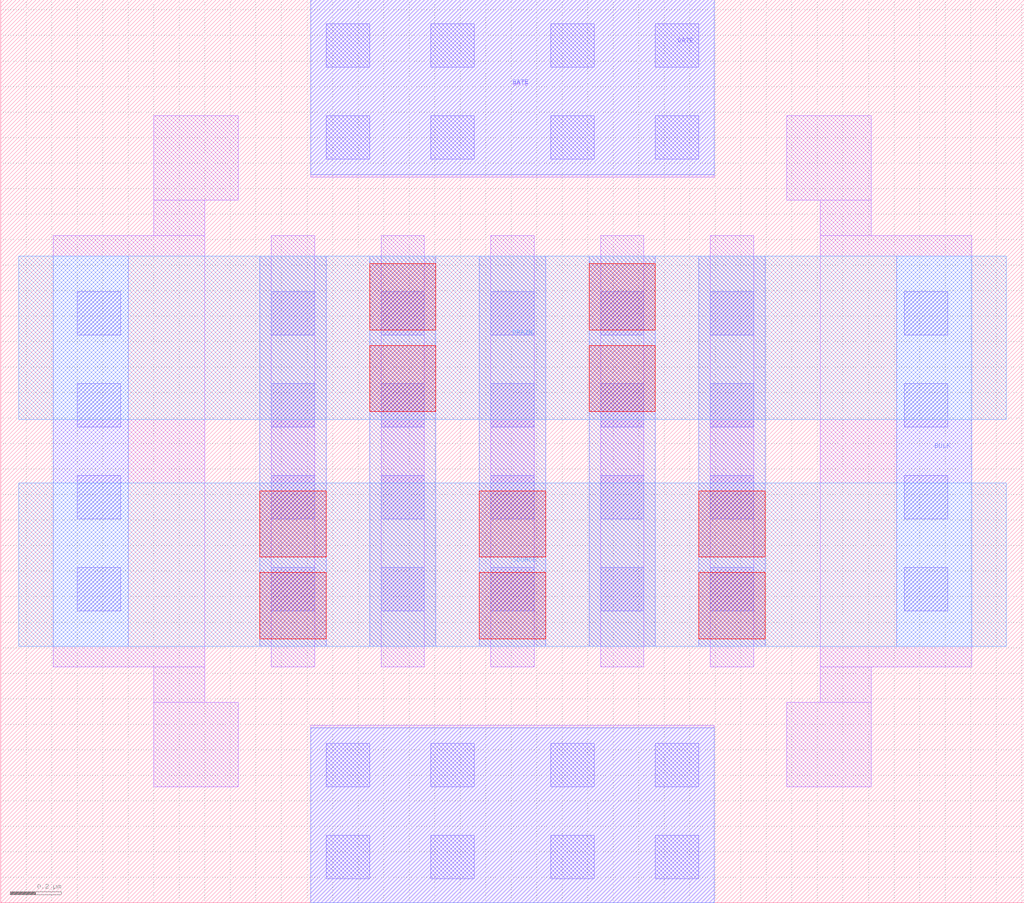
<source format=lef>
# Copyright 2020 The SkyWater PDK Authors
#
# Licensed under the Apache License, Version 2.0 (the "License");
# you may not use this file except in compliance with the License.
# You may obtain a copy of the License at
#
#     https://www.apache.org/licenses/LICENSE-2.0
#
# Unless required by applicable law or agreed to in writing, software
# distributed under the License is distributed on an "AS IS" BASIS,
# WITHOUT WARRANTIES OR CONDITIONS OF ANY KIND, either express or implied.
# See the License for the specific language governing permissions and
# limitations under the License.
#
# SPDX-License-Identifier: Apache-2.0

VERSION 5.7 ;
  NOWIREEXTENSIONATPIN ON ;
  DIVIDERCHAR "/" ;
  BUSBITCHARS "[]" ;
MACRO sky130_fd_pr__rf_pfet_01v8_bM04W1p65L0p15
  CLASS BLOCK ;
  FOREIGN sky130_fd_pr__rf_pfet_01v8_bM04W1p65L0p15 ;
  ORIGIN  0.000000  0.000000 ;
  SIZE  4.010000 BY  3.540000 ;
  PIN BULK
    ANTENNADIFFAREA  2.145000 ;
    ANTENNAGATEAREA  0.495000 ;
    PORT
      LAYER met1 ;
        RECT 0.205000 1.005000 0.500000 2.535000 ;
        RECT 3.510000 1.005000 3.805000 2.535000 ;
    END
  END BULK
  PIN DRAIN
    ANTENNADIFFAREA  0.924000 ;
    PORT
      LAYER met2 ;
        RECT 0.070000 1.895000 3.940000 2.535000 ;
    END
  END DRAIN
  PIN GATE
    ANTENNAGATEAREA  0.990000 ;
    PORT
      LAYER li1 ;
        RECT 1.215000 0.000000 2.795000 0.695000 ;
        RECT 1.215000 2.845000 2.795000 3.540000 ;
      LAYER mcon ;
        RECT 1.275000 0.095000 1.445000 0.265000 ;
        RECT 1.275000 0.455000 1.445000 0.625000 ;
        RECT 1.275000 2.915000 1.445000 3.085000 ;
        RECT 1.275000 3.275000 1.445000 3.445000 ;
        RECT 1.685000 0.095000 1.855000 0.265000 ;
        RECT 1.685000 0.455000 1.855000 0.625000 ;
        RECT 1.685000 2.915000 1.855000 3.085000 ;
        RECT 1.685000 3.275000 1.855000 3.445000 ;
        RECT 2.155000 0.095000 2.325000 0.265000 ;
        RECT 2.155000 0.455000 2.325000 0.625000 ;
        RECT 2.155000 2.915000 2.325000 3.085000 ;
        RECT 2.155000 3.275000 2.325000 3.445000 ;
        RECT 2.565000 0.095000 2.735000 0.265000 ;
        RECT 2.565000 0.455000 2.735000 0.625000 ;
        RECT 2.565000 2.915000 2.735000 3.085000 ;
        RECT 2.565000 3.275000 2.735000 3.445000 ;
    END
    PORT
      LAYER met1 ;
        RECT 1.215000 0.000000 2.795000 0.685000 ;
        RECT 1.215000 2.855000 2.795000 3.540000 ;
    END
  END GATE
  PIN SOURCE
    ANTENNADIFFAREA  1.386000 ;
    PORT
      LAYER met2 ;
        RECT 0.070000 1.005000 3.940000 1.645000 ;
    END
  END SOURCE
  OBS
    LAYER li1 ;
      RECT 0.205000 0.925000 0.800000 2.615000 ;
      RECT 0.600000 0.455000 0.930000 0.785000 ;
      RECT 0.600000 0.785000 0.800000 0.925000 ;
      RECT 0.600000 2.615000 0.800000 2.755000 ;
      RECT 0.600000 2.755000 0.930000 3.085000 ;
      RECT 1.060000 0.925000 1.230000 2.615000 ;
      RECT 1.490000 0.925000 1.660000 2.615000 ;
      RECT 1.920000 0.925000 2.090000 2.615000 ;
      RECT 2.350000 0.925000 2.520000 2.615000 ;
      RECT 2.780000 0.925000 2.950000 2.615000 ;
      RECT 3.080000 0.455000 3.410000 0.785000 ;
      RECT 3.080000 2.755000 3.410000 3.085000 ;
      RECT 3.210000 0.785000 3.410000 0.925000 ;
      RECT 3.210000 0.925000 3.805000 2.615000 ;
      RECT 3.210000 2.615000 3.410000 2.755000 ;
    LAYER mcon ;
      RECT 0.300000 1.145000 0.470000 1.315000 ;
      RECT 0.300000 1.505000 0.470000 1.675000 ;
      RECT 0.300000 1.865000 0.470000 2.035000 ;
      RECT 0.300000 2.225000 0.470000 2.395000 ;
      RECT 1.060000 1.145000 1.230000 1.315000 ;
      RECT 1.060000 1.505000 1.230000 1.675000 ;
      RECT 1.060000 1.865000 1.230000 2.035000 ;
      RECT 1.060000 2.225000 1.230000 2.395000 ;
      RECT 1.490000 1.145000 1.660000 1.315000 ;
      RECT 1.490000 1.505000 1.660000 1.675000 ;
      RECT 1.490000 1.865000 1.660000 2.035000 ;
      RECT 1.490000 2.225000 1.660000 2.395000 ;
      RECT 1.920000 1.145000 2.090000 1.315000 ;
      RECT 1.920000 1.505000 2.090000 1.675000 ;
      RECT 1.920000 1.865000 2.090000 2.035000 ;
      RECT 1.920000 2.225000 2.090000 2.395000 ;
      RECT 2.350000 1.145000 2.520000 1.315000 ;
      RECT 2.350000 1.505000 2.520000 1.675000 ;
      RECT 2.350000 1.865000 2.520000 2.035000 ;
      RECT 2.350000 2.225000 2.520000 2.395000 ;
      RECT 2.780000 1.145000 2.950000 1.315000 ;
      RECT 2.780000 1.505000 2.950000 1.675000 ;
      RECT 2.780000 1.865000 2.950000 2.035000 ;
      RECT 2.780000 2.225000 2.950000 2.395000 ;
      RECT 3.540000 1.145000 3.710000 1.315000 ;
      RECT 3.540000 1.505000 3.710000 1.675000 ;
      RECT 3.540000 1.865000 3.710000 2.035000 ;
      RECT 3.540000 2.225000 3.710000 2.395000 ;
    LAYER met1 ;
      RECT 1.015000 1.005000 1.275000 2.535000 ;
      RECT 1.445000 1.005000 1.705000 2.535000 ;
      RECT 1.875000 1.005000 2.135000 2.535000 ;
      RECT 2.305000 1.005000 2.565000 2.535000 ;
      RECT 2.735000 1.005000 2.995000 2.535000 ;
    LAYER via ;
      RECT 1.015000 1.035000 1.275000 1.295000 ;
      RECT 1.015000 1.355000 1.275000 1.615000 ;
      RECT 1.445000 1.925000 1.705000 2.185000 ;
      RECT 1.445000 2.245000 1.705000 2.505000 ;
      RECT 1.875000 1.035000 2.135000 1.295000 ;
      RECT 1.875000 1.355000 2.135000 1.615000 ;
      RECT 2.305000 1.925000 2.565000 2.185000 ;
      RECT 2.305000 2.245000 2.565000 2.505000 ;
      RECT 2.735000 1.035000 2.995000 1.295000 ;
      RECT 2.735000 1.355000 2.995000 1.615000 ;
  END
END sky130_fd_pr__rf_pfet_01v8_bM04W1p65L0p15
END LIBRARY

</source>
